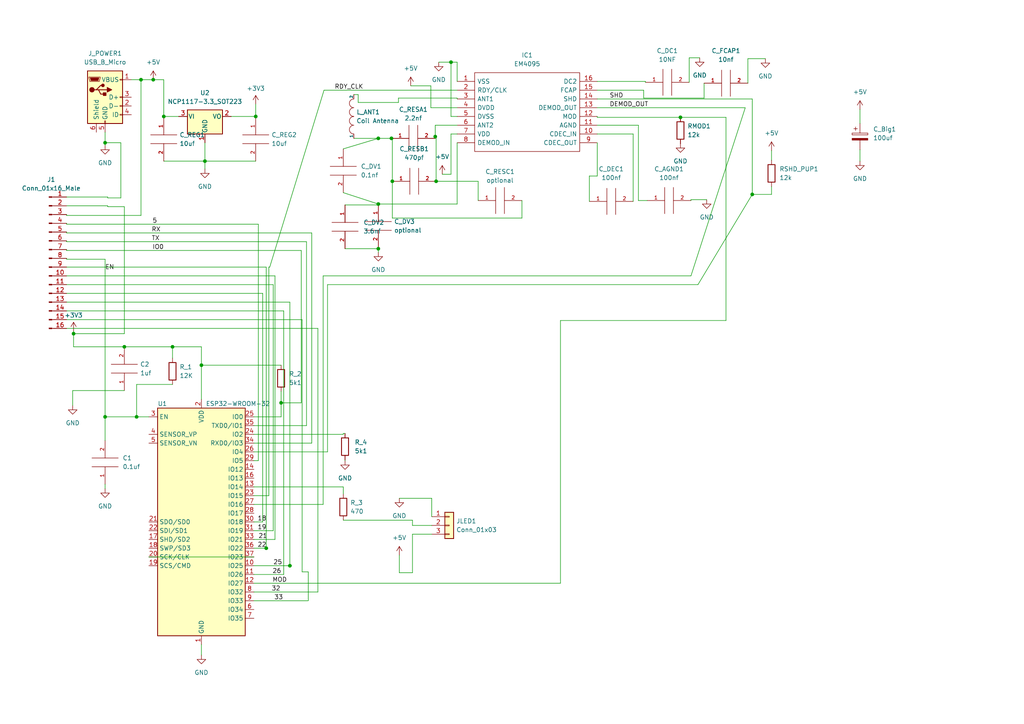
<source format=kicad_sch>
(kicad_sch (version 20211123) (generator eeschema)
  (paper "A4")
  (lib_symbols
    (symbol "Connector:Conn_01x16_Male" (pin_names (offset 1.016) hide)
      (property "Reference" "J" (at 0 20.32 0))
      (property "Value" "Conn_01x16_Male" (at 0 -22.86 0))
      (symbol "Conn_01x16_Male_1_1"
        (polyline (pts (xy 1.27 -20.32) (xy 0.8636 -20.32)) (stroke (width 0.1524)))
        (polyline (pts (xy 1.27 -17.78) (xy 0.8636 -17.78)) (stroke (width 0.1524)))
        (polyline (pts (xy 1.27 -15.24) (xy 0.8636 -15.24)) (stroke (width 0.1524)))
        (polyline (pts (xy 1.27 -12.7) (xy 0.8636 -12.7)) (stroke (width 0.1524)))
        (polyline (pts (xy 1.27 -10.16) (xy 0.8636 -10.16)) (stroke (width 0.1524)))
        (polyline (pts (xy 1.27 -7.62) (xy 0.8636 -7.62)) (stroke (width 0.1524)))
        (polyline (pts (xy 1.27 -5.08) (xy 0.8636 -5.08)) (stroke (width 0.1524)))
        (polyline (pts (xy 1.27 -2.54) (xy 0.8636 -2.54)) (stroke (width 0.1524)))
        (polyline (pts (xy 1.27 0) (xy 0.8636 0)) (stroke (width 0.1524)))
        (polyline (pts (xy 1.27 2.54) (xy 0.8636 2.54)) (stroke (width 0.1524)))
        (polyline (pts (xy 1.27 5.08) (xy 0.8636 5.08)) (stroke (width 0.1524)))
        (polyline (pts (xy 1.27 7.62) (xy 0.8636 7.62)) (stroke (width 0.1524)))
        (polyline (pts (xy 1.27 10.16) (xy 0.8636 10.16)) (stroke (width 0.1524)))
        (polyline (pts (xy 1.27 12.7) (xy 0.8636 12.7)) (stroke (width 0.1524)))
        (polyline (pts (xy 1.27 15.24) (xy 0.8636 15.24)) (stroke (width 0.1524)))
        (polyline (pts (xy 1.27 17.78) (xy 0.8636 17.78)) (stroke (width 0.1524)))
        (rectangle (start 0.8636 -20.193) (end 0 -20.447) (stroke (width 0.1524)) (fill (type outline)))
        (rectangle (start 0.8636 -17.653) (end 0 -17.907) (stroke (width 0.1524)) (fill (type outline)))
        (rectangle (start 0.8636 -15.113) (end 0 -15.367) (stroke (width 0.1524)) (fill (type outline)))
        (rectangle (start 0.8636 -12.573) (end 0 -12.827) (stroke (width 0.1524)) (fill (type outline)))
        (rectangle (start 0.8636 -10.033) (end 0 -10.287) (stroke (width 0.1524)) (fill (type outline)))
        (rectangle (start 0.8636 -7.493) (end 0 -7.747) (stroke (width 0.1524)) (fill (type outline)))
        (rectangle (start 0.8636 -4.953) (end 0 -5.207) (stroke (width 0.1524)) (fill (type outline)))
        (rectangle (start 0.8636 -2.413) (end 0 -2.667) (stroke (width 0.1524)) (fill (type outline)))
        (rectangle (start 0.8636 0.127) (end 0 -0.127) (stroke (width 0.1524)) (fill (type outline)))
        (rectangle (start 0.8636 2.667) (end 0 2.413) (stroke (width 0.1524)) (fill (type outline)))
        (rectangle (start 0.8636 5.207) (end 0 4.953) (stroke (width 0.1524)) (fill (type outline)))
        (rectangle (start 0.8636 7.747) (end 0 7.493) (stroke (width 0.1524)) (fill (type outline)))
        (rectangle (start 0.8636 10.287) (end 0 10.033) (stroke (width 0.1524)) (fill (type outline)))
        (rectangle (start 0.8636 12.827) (end 0 12.573) (stroke (width 0.1524)) (fill (type outline)))
        (rectangle (start 0.8636 15.367) (end 0 15.113) (stroke (width 0.1524)) (fill (type outline)))
        (rectangle (start 0.8636 17.907) (end 0 17.653) (stroke (width 0.1524)) (fill (type outline)))
        (pin passive line (at 5.08 17.78 180) (length 3.81) (name "Pin_1") (number "1"))
        (pin passive line (at 5.08 -5.08 180) (length 3.81) (name "Pin_10") (number "10"))
        (pin passive line (at 5.08 -7.62 180) (length 3.81) (name "Pin_11") (number "11"))
        (pin passive line (at 5.08 -10.16 180) (length 3.81) (name "Pin_12") (number "12"))
        (pin passive line (at 5.08 -12.7 180) (length 3.81) (name "Pin_13") (number "13"))
        (pin passive line (at 5.08 -15.24 180) (length 3.81) (name "Pin_14") (number "14"))
        (pin passive line (at 5.08 -17.78 180) (length 3.81) (name "Pin_15") (number "15"))
        (pin passive line (at 5.08 -20.32 180) (length 3.81) (name "Pin_16") (number "16"))
        (pin passive line (at 5.08 15.24 180) (length 3.81) (name "Pin_2") (number "2"))
        (pin passive line (at 5.08 12.7 180) (length 3.81) (name "Pin_3") (number "3"))
        (pin passive line (at 5.08 10.16 180) (length 3.81) (name "Pin_4") (number "4"))
        (pin passive line (at 5.08 7.62 180) (length 3.81) (name "Pin_5") (number "5"))
        (pin passive line (at 5.08 5.08 180) (length 3.81) (name "Pin_6") (number "6"))
        (pin passive line (at 5.08 2.54 180) (length 3.81) (name "Pin_7") (number "7"))
        (pin passive line (at 5.08 0 180) (length 3.81) (name "Pin_8") (number "8"))
        (pin passive line (at 5.08 -2.54 180) (length 3.81) (name "Pin_9") (number "9"))
      )
    )
    (symbol "Connector:USB_B_Micro" (pin_names (offset 1.016))
      (property "Reference" "J" (at -5.08 11.43 0))
      (property "Value" "USB_B_Micro" (at -5.08 8.89 0))
      (symbol "USB_B_Micro_0_1"
        (rectangle (start -5.08 -7.62) (end 5.08 7.62) (stroke (width 0.254)) (fill (type background)))
        (circle (center -3.81 2.159) (radius 0.635) (stroke (width 0.254)) (fill (type outline)))
        (circle (center -0.635 3.429) (radius 0.381) (stroke (width 0.254)) (fill (type outline)))
        (rectangle (start -0.127 -7.62) (end 0.127 -6.858))
        (polyline (pts (xy -1.905 2.159) (xy 0.635 2.159)) (stroke (width 0.254)))
        (polyline (pts (xy -3.175 2.159) (xy -2.54 2.159) (xy -1.27 3.429) (xy -0.635 3.429)) (stroke (width 0.254)))
        (polyline (pts (xy -2.54 2.159) (xy -1.905 2.159) (xy -1.27 0.889) (xy 0 0.889)) (stroke (width 0.254)))
        (polyline (pts (xy 0.635 2.794) (xy 0.635 1.524) (xy 1.905 2.159) (xy 0.635 2.794)) (stroke (width 0.254)) (fill (type outline)))
        (polyline (pts (xy -4.318 5.588) (xy -1.778 5.588) (xy -2.032 4.826) (xy -4.064 4.826) (xy -4.318 5.588)) (fill (type outline)))
        (polyline (pts (xy -4.699 5.842) (xy -4.699 5.588) (xy -4.445 4.826) (xy -4.445 4.572) (xy -1.651 4.572) (xy -1.651 4.826) (xy -1.397 5.588) (xy -1.397 5.842) (xy -4.699 5.842)))
        (rectangle (start 0.254 1.27) (end -0.508 0.508) (stroke (width 0.254)) (fill (type outline)))
        (rectangle (start 5.08 -5.207) (end 4.318 -4.953))
        (rectangle (start 5.08 -2.667) (end 4.318 -2.413))
        (rectangle (start 5.08 -0.127) (end 4.318 0.127))
        (rectangle (start 5.08 4.953) (end 4.318 5.207))
      )
      (symbol "USB_B_Micro_1_1"
        (pin power_out line (at 7.62 5.08 180) (length 2.54) (name "VBUS") (number "1"))
        (pin bidirectional line (at 7.62 -2.54 180) (length 2.54) (name "D-") (number "2"))
        (pin bidirectional line (at 7.62 0 180) (length 2.54) (name "D+") (number "3"))
        (pin passive line (at 7.62 -5.08 180) (length 2.54) (name "ID") (number "4"))
        (pin power_out line (at 0 -10.16 90) (length 2.54) (name "GND") (number "5"))
        (pin passive line (at -2.54 -10.16 90) (length 2.54) (name "Shield") (number "6"))
      )
    )
    (symbol "Connector_Generic:Conn_01x03" (pin_names (offset 1.016) hide)
      (property "Reference" "J" (at 0 5.08 0))
      (property "Value" "Conn_01x03" (at 0 -5.08 0))
      (symbol "Conn_01x03_1_1"
        (rectangle (start -1.27 -2.413) (end 0 -2.667) (stroke (width 0.1524)))
        (rectangle (start -1.27 0.127) (end 0 -0.127) (stroke (width 0.1524)))
        (rectangle (start -1.27 2.667) (end 0 2.413) (stroke (width 0.1524)))
        (rectangle (start -1.27 3.81) (end 1.27 -3.81) (stroke (width 0.254)) (fill (type background)))
        (pin passive line (at -5.08 2.54 0) (length 3.81) (name "Pin_1") (number "1"))
        (pin passive line (at -5.08 0 0) (length 3.81) (name "Pin_2") (number "2"))
        (pin passive line (at -5.08 -2.54 0) (length 3.81) (name "Pin_3") (number "3"))
      )
    )
    (symbol "Device:C_Polarized" (pin_numbers hide) (pin_names (offset 0.254))
      (property "Reference" "C" (at 0.635 2.54 0))
      (property "Value" "C_Polarized" (at 0.635 -2.54 0))
      (symbol "C_Polarized_0_1"
        (rectangle (start -2.286 0.508) (end 2.286 1.016))
        (polyline (pts (xy -1.778 2.286) (xy -0.762 2.286)))
        (polyline (pts (xy -1.27 2.794) (xy -1.27 1.778)))
        (rectangle (start 2.286 -0.508) (end -2.286 -1.016) (fill (type outline)))
      )
      (symbol "C_Polarized_1_1"
        (pin passive line (at 0 3.81 270) (length 2.794) (name "~") (number "1"))
        (pin passive line (at 0 -3.81 90) (length 2.794) (name "~") (number "2"))
      )
    )
    (symbol "Device:R" (pin_numbers hide) (pin_names (offset 0))
      (property "Reference" "R" (at 2.032 0 90))
      (property "Value" "R" (at 0 0 90))
      (symbol "R_0_1"
        (rectangle (start -1.016 -2.54) (end 1.016 2.54) (stroke (width 0.254)))
      )
      (symbol "R_1_1"
        (pin passive line (at 0 3.81 270) (length 1.27) (name "~") (number "1"))
        (pin passive line (at 0 -3.81 90) (length 1.27) (name "~") (number "2"))
      )
    )
    (symbol "EM4095:EM4095" (pin_names (offset 0.762))
      (property "Reference" "IC" (at 36.83 7.62 0))
      (property "Value" "EM4095" (at 36.83 5.08 0))
      (symbol "EM4095_0_0"
        (pin passive line (at 0 0 0) (length 5.08) (name "VSS") (number "1"))
        (pin passive line (at 40.64 -15.24 180) (length 5.08) (name "CDEC_IN") (number "10"))
        (pin passive line (at 40.64 -12.7 180) (length 5.08) (name "AGND") (number "11"))
        (pin passive line (at 40.64 -10.16 180) (length 5.08) (name "MOD") (number "12"))
        (pin passive line (at 40.64 -7.62 180) (length 5.08) (name "DEMOD_OUT") (number "13"))
        (pin passive line (at 40.64 -5.08 180) (length 5.08) (name "SHD") (number "14"))
        (pin passive line (at 40.64 -2.54 180) (length 5.08) (name "FCAP") (number "15"))
        (pin passive line (at 40.64 0 180) (length 5.08) (name "DC2") (number "16"))
        (pin passive line (at 0 -2.54 0) (length 5.08) (name "RDY/CLK") (number "2"))
        (pin passive line (at 0 -5.08 0) (length 5.08) (name "ANT1") (number "3"))
        (pin passive line (at 0 -7.62 0) (length 5.08) (name "DVDD") (number "4"))
        (pin passive line (at 0 -10.16 0) (length 5.08) (name "DVSS") (number "5"))
        (pin passive line (at 0 -12.7 0) (length 5.08) (name "ANT2") (number "6"))
        (pin passive line (at 0 -15.24 0) (length 5.08) (name "VDD") (number "7"))
        (pin passive line (at 0 -17.78 0) (length 5.08) (name "DEMOD_IN") (number "8"))
        (pin passive line (at 40.64 -17.78 180) (length 5.08) (name "CDEC_OUT") (number "9"))
      )
      (symbol "EM4095_0_1"
        (polyline (pts (xy 5.08 2.54) (xy 35.56 2.54) (xy 35.56 -20.32) (xy 5.08 -20.32) (xy 5.08 2.54)) (stroke (width 0.1524)))
      )
    )
    (symbol "RF_Module:ESP32-WROOM-32"
      (property "Reference" "U" (at -12.7 34.29 0))
      (property "Value" "ESP32-WROOM-32" (at 1.27 34.29 0))
      (symbol "ESP32-WROOM-32_0_1"
        (rectangle (start -12.7 33.02) (end 12.7 -33.02) (stroke (width 0.254)) (fill (type background)))
      )
      (symbol "ESP32-WROOM-32_1_1"
        (pin power_in line (at 0 -35.56 90) (length 2.54) (name "GND") (number "1"))
        (pin bidirectional line (at 15.24 -12.7 180) (length 2.54) (name "IO25") (number "10"))
        (pin bidirectional line (at 15.24 -15.24 180) (length 2.54) (name "IO26") (number "11"))
        (pin bidirectional line (at 15.24 -17.78 180) (length 2.54) (name "IO27") (number "12"))
        (pin bidirectional line (at 15.24 10.16 180) (length 2.54) (name "IO14") (number "13"))
        (pin bidirectional line (at 15.24 15.24 180) (length 2.54) (name "IO12") (number "14"))
        (pin passive line (at 0 -35.56 90) (length 2.54) hide (name "GND") (number "15"))
        (pin bidirectional line (at 15.24 12.7 180) (length 2.54) (name "IO13") (number "16"))
        (pin bidirectional line (at -15.24 -5.08 0) (length 2.54) (name "SHD/SD2") (number "17"))
        (pin bidirectional line (at -15.24 -7.62 0) (length 2.54) (name "SWP/SD3") (number "18"))
        (pin bidirectional line (at -15.24 -12.7 0) (length 2.54) (name "SCS/CMD") (number "19"))
        (pin power_in line (at 0 35.56 270) (length 2.54) (name "VDD") (number "2"))
        (pin bidirectional line (at -15.24 -10.16 0) (length 2.54) (name "SCK/CLK") (number "20"))
        (pin bidirectional line (at -15.24 0 0) (length 2.54) (name "SDO/SD0") (number "21"))
        (pin bidirectional line (at -15.24 -2.54 0) (length 2.54) (name "SDI/SD1") (number "22"))
        (pin bidirectional line (at 15.24 7.62 180) (length 2.54) (name "IO15") (number "23"))
        (pin bidirectional line (at 15.24 25.4 180) (length 2.54) (name "IO2") (number "24"))
        (pin bidirectional line (at 15.24 30.48 180) (length 2.54) (name "IO0") (number "25"))
        (pin bidirectional line (at 15.24 20.32 180) (length 2.54) (name "IO4") (number "26"))
        (pin bidirectional line (at 15.24 5.08 180) (length 2.54) (name "IO16") (number "27"))
        (pin bidirectional line (at 15.24 2.54 180) (length 2.54) (name "IO17") (number "28"))
        (pin bidirectional line (at 15.24 17.78 180) (length 2.54) (name "IO5") (number "29"))
        (pin input line (at -15.24 30.48 0) (length 2.54) (name "EN") (number "3"))
        (pin bidirectional line (at 15.24 0 180) (length 2.54) (name "IO18") (number "30"))
        (pin bidirectional line (at 15.24 -2.54 180) (length 2.54) (name "IO19") (number "31"))
        (pin no_connect line (at -12.7 -27.94 0) (length 2.54) hide (name "NC") (number "32"))
        (pin bidirectional line (at 15.24 -5.08 180) (length 2.54) (name "IO21") (number "33"))
        (pin bidirectional line (at 15.24 22.86 180) (length 2.54) (name "RXD0/IO3") (number "34"))
        (pin bidirectional line (at 15.24 27.94 180) (length 2.54) (name "TXD0/IO1") (number "35"))
        (pin bidirectional line (at 15.24 -7.62 180) (length 2.54) (name "IO22") (number "36"))
        (pin bidirectional line (at 15.24 -10.16 180) (length 2.54) (name "IO23") (number "37"))
        (pin passive line (at 0 -35.56 90) (length 2.54) hide (name "GND") (number "38"))
        (pin passive line (at 0 -35.56 90) (length 2.54) hide (name "GND") (number "39"))
        (pin input line (at -15.24 25.4 0) (length 2.54) (name "SENSOR_VP") (number "4"))
        (pin input line (at -15.24 22.86 0) (length 2.54) (name "SENSOR_VN") (number "5"))
        (pin input line (at 15.24 -25.4 180) (length 2.54) (name "IO34") (number "6"))
        (pin input line (at 15.24 -27.94 180) (length 2.54) (name "IO35") (number "7"))
        (pin bidirectional line (at 15.24 -20.32 180) (length 2.54) (name "IO32") (number "8"))
        (pin bidirectional line (at 15.24 -22.86 180) (length 2.54) (name "IO33") (number "9"))
      )
    )
    (symbol "Regulator_Linear:NCP1117-3.3_SOT223" (pin_names (offset 0.254))
      (property "Reference" "U" (at -3.81 3.175 0))
      (property "Value" "NCP1117-3.3_SOT223" (at 0 3.175 0))
      (symbol "NCP1117-3.3_SOT223_0_1"
        (rectangle (start -5.08 -5.08) (end 5.08 1.905) (stroke (width 0.254)) (fill (type background)))
      )
      (symbol "NCP1117-3.3_SOT223_1_1"
        (pin power_in line (at 0 -7.62 90) (length 2.54) (name "GND") (number "1"))
        (pin power_out line (at 7.62 0 180) (length 2.54) (name "VO") (number "2"))
        (pin power_in line (at -7.62 0 0) (length 2.54) (name "VI") (number "3"))
      )
    )
    (symbol "power:+3V3" (power) (pin_names (offset 0))
      (property "Value" "+3V3" (at 0 3.556 0))
      (symbol "+3V3_0_1"
        (polyline (pts (xy -0.762 1.27) (xy 0 2.54)))
        (polyline (pts (xy 0 0) (xy 0 2.54)))
        (polyline (pts (xy 0 2.54) (xy 0.762 1.27)))
      )
      (symbol "+3V3_1_1"
        (pin power_in line (at 0 0 90) (length 0) hide (name "+3V3") (number "1"))
      )
    )
    (symbol "power:+5V" (power) (pin_names (offset 0))
      (property "Value" "+5V" (at 0 3.556 0))
      (symbol "+5V_0_1"
        (polyline (pts (xy -0.762 1.27) (xy 0 2.54)))
        (polyline (pts (xy 0 0) (xy 0 2.54)))
        (polyline (pts (xy 0 2.54) (xy 0.762 1.27)))
      )
      (symbol "+5V_1_1"
        (pin power_in line (at 0 0 90) (length 0) hide (name "+5V") (number "1"))
      )
    )
    (symbol "power:GND" (power) (pin_names (offset 0))
      (property "Value" "GND" (at 0 -3.81 0))
      (symbol "GND_0_1"
        (polyline (pts (xy 0 0) (xy 0 -1.27) (xy 1.27 -1.27) (xy 0 -2.54) (xy -1.27 -1.27) (xy 0 -1.27)))
      )
      (symbol "GND_1_1"
        (pin power_in line (at 0 0 270) (length 0) hide (name "GND") (number "1"))
      )
    )
    (symbol "pspice:C" (pin_names (offset 0.254))
      (property "Reference" "C" (at 2.54 3.81 90))
      (property "Value" "C" (at 2.54 -3.81 90))
      (symbol "C_0_1"
        (polyline (pts (xy -3.81 -1.27) (xy 3.81 -1.27)))
        (polyline (pts (xy -3.81 1.27) (xy 3.81 1.27)))
      )
      (symbol "C_1_1"
        (pin passive line (at 0 6.35 270) (length 5.08) (name "~") (number "1"))
        (pin passive line (at 0 -6.35 90) (length 5.08) (name "~") (number "2"))
      )
    )
    (symbol "pspice:INDUCTOR" (pin_numbers hide) (pin_names (offset 0))
      (property "Reference" "L" (at 0 2.54 0))
      (property "Value" "INDUCTOR" (at 0 -1.27 0))
      (symbol "INDUCTOR_0_1"
        (arc (start -2.54 0) (mid -3.81 1.27) (end -5.08 0))
        (arc (start 0 0) (mid -1.27 1.27) (end -2.54 0))
        (arc (start 2.54 0) (mid 1.27 1.27) (end 0 0))
        (arc (start 5.08 0) (mid 3.81 1.27) (end 2.54 0))
      )
      (symbol "INDUCTOR_1_1"
        (pin input line (at -6.35 0 0) (length 1.27) (name "1") (number "1"))
        (pin input line (at 6.35 0 180) (length 1.27) (name "2") (number "2"))
      )
    )
  )
  (junction (at 81.534 116.84))
  (junction (at 109.728 59.182))
  (junction (at 47.498 33.782))
  (junction (at 44.45 23.114))
  (junction (at 109.728 40.132))
  (junction (at 109.728 72.136))
  (junction (at 40.894 23.114))
  (junction (at 126.492 52.578))
  (junction (at 77.216 159.004))
  (junction (at 59.436 46.736))
  (junction (at 197.358 34.036))
  (junction (at 126.238 39.624))
  (junction (at 58.42 105.918))
  (junction (at 21.336 96.774))
  (junction (at 130.81 18.034))
  (junction (at 30.48 41.402))
  (junction (at 113.792 52.578))
  (junction (at 50.038 100.584))
  (junction (at 218.186 56.388))
  (junction (at 36.068 100.584))
  (junction (at 74.168 33.782))
  (junction (at 84.074 164.084))
  (junction (at 30.48 120.904))
  (junction (at 39.624 120.904))
  (junction (at 113.538 40.132))
  (wire (pts (xy 77.216 159.004) (xy 77.724 159.004)))
  (wire (pts (xy 115.824 144.526) (xy 125.222 144.526)))
  (wire (pts (xy 130.81 18.034) (xy 127.254 18.034)))
  (wire (pts (xy 19.304 72.39) (xy 19.304 72.644)))
  (wire (pts (xy 31.242 57.404) (xy 35.052 57.404)))
  (wire (pts (xy 30.48 127.762) (xy 30.48 120.904)))
  (wire (pts (xy 109.728 71.882) (xy 109.728 72.136)))
  (wire (pts (xy 76.2 85.09) (xy 19.304 85.09)))
  (wire (pts (xy 119.634 150.876) (xy 99.568 150.876)))
  (wire (pts (xy 210.566 92.964) (xy 210.566 34.036)))
  (wire (pts (xy 30.48 120.904) (xy 30.48 75.184)))
  (wire (pts (xy 99.568 125.984) (xy 73.66 125.984)))
  (wire (pts (xy 43.18 161.544) (xy 73.66 161.544)))
  (wire (pts (xy 58.42 186.944) (xy 58.42 189.992)))
  (wire (pts (xy 126.492 39.624) (xy 126.238 39.624)))
  (wire (pts (xy 73.66 174.244) (xy 89.408 174.244)))
  (wire (pts (xy 100.076 72.136) (xy 109.728 72.136)))
  (wire (pts (xy 79.756 80.01) (xy 19.304 80.01)))
  (wire (pts (xy 84.074 164.084) (xy 84.074 87.63)))
  (wire (pts (xy 93.726 146.304) (xy 73.66 146.304)))
  (wire (pts (xy 92.202 95.25) (xy 19.304 95.25)))
  (wire (pts (xy 59.436 46.736) (xy 59.436 49.022)))
  (wire (pts (xy 39.624 111.506) (xy 50.038 111.506)))
  (wire (pts (xy 126.238 39.624) (xy 126.238 36.322)))
  (wire (pts (xy 40.894 23.114) (xy 44.45 23.114)))
  (wire (pts (xy 173.228 28.702) (xy 218.186 28.702)))
  (wire (pts (xy 19.304 67.564) (xy 90.424 67.564)))
  (wire (pts (xy 173.228 34.036) (xy 173.228 33.782)))
  (wire (pts (xy 162.56 169.164) (xy 162.56 92.964)))
  (wire (pts (xy 124.968 31.242) (xy 124.968 24.892)))
  (wire (pts (xy 74.168 30.226) (xy 74.168 33.782)))
  (wire (pts (xy 186.69 26.162) (xy 186.69 28.448)))
  (wire (pts (xy 132.588 59.182) (xy 109.728 59.182)))
  (wire (pts (xy 100.076 59.436) (xy 109.728 59.436)))
  (wire (pts (xy 35.052 57.404) (xy 35.052 41.402)))
  (wire (pts (xy 73.66 166.624) (xy 82.296 166.624)))
  (wire (pts (xy 47.498 23.114) (xy 47.498 33.782)))
  (wire (pts (xy 93.726 80.01) (xy 93.726 146.304)))
  (wire (pts (xy 81.534 120.904) (xy 73.66 120.904)))
  (wire (pts (xy 82.296 90.17) (xy 19.304 90.17)))
  (wire (pts (xy 126.238 36.322) (xy 132.588 36.322)))
  (wire (pts (xy 102.616 40.132) (xy 109.728 40.132)))
  (wire (pts (xy 100.076 125.73) (xy 99.568 125.73)))
  (wire (pts (xy 200.406 57.912) (xy 200.406 58.166)))
  (wire (pts (xy 21.082 113.284) (xy 36.068 113.284)))
  (wire (pts (xy 47.498 33.782) (xy 47.498 34.036)))
  (wire (pts (xy 126.238 40.132) (xy 126.238 39.624)))
  (wire (pts (xy 115.57 28.448) (xy 115.57 29.718)))
  (wire (pts (xy 19.304 65.024) (xy 74.93 65.024)))
  (wire (pts (xy 31.242 57.404) (xy 31.242 57.15)))
  (wire (pts (xy 30.48 41.402) (xy 30.48 42.164)))
  (wire (pts (xy 119.634 154.94) (xy 125.222 154.94)))
  (wire (pts (xy 81.534 105.918) (xy 58.42 105.918)))
  (wire (pts (xy 197.358 34.036) (xy 210.566 34.036)))
  (wire (pts (xy 50.038 100.584) (xy 58.42 100.584)))
  (wire (pts (xy 76.2 151.384) (xy 76.2 85.09)))
  (wire (pts (xy 119.634 166.116) (xy 119.634 154.94)))
  (wire (pts (xy 19.304 72.644) (xy 87.376 72.644)))
  (wire (pts (xy 99.568 125.73) (xy 99.568 125.984)))
  (wire (pts (xy 59.436 41.402) (xy 59.436 46.736)))
  (wire (pts (xy 35.052 41.402) (xy 30.48 41.402)))
  (wire (pts (xy 94.996 82.55) (xy 202.438 82.55)))
  (wire (pts (xy 51.816 33.782) (xy 47.498 33.782)))
  (wire (pts (xy 40.894 23.114) (xy 40.894 62.484)))
  (wire (pts (xy 87.376 116.84) (xy 81.534 116.84)))
  (wire (pts (xy 173.228 51.054) (xy 170.942 51.054)))
  (wire (pts (xy 151.384 63.246) (xy 151.384 58.166)))
  (wire (pts (xy 47.498 46.736) (xy 59.436 46.736)))
  (wire (pts (xy 187.198 23.622) (xy 187.198 23.876)))
  (wire (pts (xy 132.588 31.242) (xy 124.968 31.242)))
  (wire (pts (xy 109.728 72.136) (xy 109.728 73.152)))
  (wire (pts (xy 170.942 51.054) (xy 170.942 58.42)))
  (wire (pts (xy 44.45 23.114) (xy 47.498 23.114)))
  (wire (pts (xy 94.996 82.55) (xy 94.996 131.064)))
  (wire (pts (xy 113.792 63.246) (xy 151.384 63.246)))
  (wire (pts (xy 99.568 141.224) (xy 73.66 141.224)))
  (wire (pts (xy 216.916 17.018) (xy 221.996 17.018)))
  (wire (pts (xy 84.074 87.63) (xy 19.304 87.63)))
  (wire (pts (xy 109.728 59.436) (xy 109.728 59.182)))
  (wire (pts (xy 79.248 153.924) (xy 79.248 82.55)))
  (wire (pts (xy 132.588 26.162) (xy 93.98 26.162)))
  (wire (pts (xy 204.978 57.912) (xy 200.406 57.912)))
  (wire (pts (xy 19.304 62.484) (xy 40.894 62.484)))
  (wire (pts (xy 59.436 46.736) (xy 74.168 46.736)))
  (wire (pts (xy 58.42 105.918) (xy 58.42 115.824)))
  (wire (pts (xy 223.774 43.688) (xy 223.774 46.482)))
  (wire (pts (xy 186.69 28.448) (xy 204.216 28.448)))
  (wire (pts (xy 119.634 150.876) (xy 119.634 152.4)))
  (wire (pts (xy 19.304 67.564) (xy 19.304 67.31)))
  (wire (pts (xy 77.978 77.47) (xy 78.232 77.47)))
  (wire (pts (xy 81.534 113.538) (xy 81.534 116.84)))
  (wire (pts (xy 173.228 34.036) (xy 197.358 34.036)))
  (wire (pts (xy 73.66 151.384) (xy 76.2 151.384)))
  (wire (pts (xy 199.898 16.764) (xy 202.946 16.764)))
  (wire (pts (xy 223.774 56.388) (xy 218.186 56.388)))
  (wire (pts (xy 132.588 28.448) (xy 132.588 28.702)))
  (wire (pts (xy 58.42 100.584) (xy 58.42 105.918)))
  (wire (pts (xy 185.166 58.166) (xy 185.166 36.322)))
  (wire (pts (xy 132.588 23.622) (xy 132.588 18.034)))
  (wire (pts (xy 173.228 23.622) (xy 187.198 23.622)))
  (wire (pts (xy 30.48 38.354) (xy 30.48 41.402)))
  (wire (pts (xy 39.624 120.904) (xy 39.624 111.506)))
  (wire (pts (xy 88.9 123.444) (xy 88.9 70.104)))
  (wire (pts (xy 77.216 159.004) (xy 77.216 77.47)))
  (wire (pts (xy 218.186 56.388) (xy 218.186 28.702)))
  (wire (pts (xy 73.66 156.464) (xy 79.756 156.464)))
  (wire (pts (xy 119.634 152.4) (xy 125.222 152.4)))
  (wire (pts (xy 130.81 33.782) (xy 130.81 18.034)))
  (wire (pts (xy 21.336 96.774) (xy 21.336 100.584)))
  (wire (pts (xy 126.492 52.578) (xy 138.684 52.578)))
  (wire (pts (xy 126.492 52.578) (xy 126.492 39.624)))
  (wire (pts (xy 79.756 80.01) (xy 79.756 156.464)))
  (wire (pts (xy 19.304 70.104) (xy 19.304 69.85)))
  (wire (pts (xy 21.336 100.584) (xy 36.068 100.584)))
  (wire (pts (xy 173.228 26.162) (xy 186.69 26.162)))
  (wire (pts (xy 21.082 113.284) (xy 21.082 117.602)))
  (wire (pts (xy 36.068 100.584) (xy 50.038 100.584)))
  (wire (pts (xy 187.706 58.166) (xy 185.166 58.166)))
  (wire (pts (xy 102.616 27.432) (xy 103.886 27.432)))
  (wire (pts (xy 223.774 54.102) (xy 223.774 56.388)))
  (wire (pts (xy 103.886 29.718) (xy 115.57 29.718)))
  (wire (pts (xy 31.242 59.69) (xy 19.304 59.69)))
  (wire (pts (xy 77.216 77.47) (xy 19.304 77.47)))
  (wire (pts (xy 90.424 128.524) (xy 90.424 67.564)))
  (wire (pts (xy 183.642 58.42) (xy 183.642 38.862)))
  (wire (pts (xy 77.978 77.47) (xy 77.978 143.764)))
  (wire (pts (xy 87.63 165.862) (xy 87.63 92.71)))
  (wire (pts (xy 185.166 36.322) (xy 173.228 36.322)))
  (wire (pts (xy 74.93 133.604) (xy 73.66 133.604)))
  (wire (pts (xy 132.588 18.034) (xy 130.81 18.034)))
  (wire (pts (xy 109.728 40.132) (xy 113.538 40.132)))
  (wire (pts (xy 31.242 59.944) (xy 31.242 59.69)))
  (wire (pts (xy 87.376 72.644) (xy 87.376 116.84)))
  (wire (pts (xy 132.588 41.402) (xy 132.588 59.182)))
  (wire (pts (xy 99.568 143.256) (xy 99.568 141.224)))
  (wire (pts (xy 84.074 164.084) (xy 84.582 164.084)))
  (wire (pts (xy 132.588 28.448) (xy 115.57 28.448)))
  (wire (pts (xy 73.66 131.064) (xy 94.996 131.064)))
  (wire (pts (xy 138.684 52.578) (xy 138.684 58.166)))
  (wire (pts (xy 87.63 92.71) (xy 19.304 92.71)))
  (wire (pts (xy 74.168 33.782) (xy 74.168 34.036)))
  (wire (pts (xy 19.304 75.184) (xy 30.48 75.184)))
  (wire (pts (xy 216.154 31.242) (xy 173.228 31.242)))
  (wire (pts (xy 113.792 52.578) (xy 113.792 40.132)))
  (wire (pts (xy 30.48 120.904) (xy 39.624 120.904)))
  (wire (pts (xy 249.428 43.434) (xy 249.428 46.736)))
  (wire (pts (xy 162.56 92.964) (xy 210.566 92.964)))
  (wire (pts (xy 113.538 40.132) (xy 113.792 40.132)))
  (wire (pts (xy 67.056 33.782) (xy 74.168 33.782)))
  (wire (pts (xy 21.336 96.012) (xy 21.336 96.774)))
  (wire (pts (xy 19.304 62.484) (xy 19.304 62.23)))
  (wire (pts (xy 38.1 23.114) (xy 40.894 23.114)))
  (wire (pts (xy 119.634 166.116) (xy 115.824 166.116)))
  (wire (pts (xy 36.068 59.944) (xy 36.068 96.774)))
  (wire (pts (xy 73.66 171.704) (xy 92.202 171.704)))
  (wire (pts (xy 99.568 43.18) (xy 109.728 40.132)))
  (wire (pts (xy 73.66 153.924) (xy 79.248 153.924)))
  (wire (pts (xy 50.038 103.886) (xy 50.038 100.584)))
  (wire (pts (xy 81.534 116.84) (xy 81.534 120.904)))
  (wire (pts (xy 30.48 140.462) (xy 30.48 141.732)))
  (wire (pts (xy 125.222 144.526) (xy 125.222 149.86)))
  (wire (pts (xy 36.068 96.774) (xy 21.336 96.774)))
  (wire (pts (xy 73.66 123.444) (xy 88.9 123.444)))
  (wire (pts (xy 130.81 38.862) (xy 130.81 50.546)))
  (wire (pts (xy 200.406 80.01) (xy 216.154 31.242)))
  (wire (pts (xy 73.66 169.164) (xy 162.56 169.164)))
  (wire (pts (xy 204.216 28.448) (xy 204.216 24.13)))
  (wire (pts (xy 73.66 128.524) (xy 90.424 128.524)))
  (wire (pts (xy 89.408 174.244) (xy 89.408 165.862)))
  (wire (pts (xy 99.568 55.88) (xy 109.728 59.182)))
  (wire (pts (xy 132.588 33.782) (xy 130.81 33.782)))
  (wire (pts (xy 103.886 27.432) (xy 103.886 29.718)))
  (wire (pts (xy 82.296 90.17) (xy 82.296 166.624)))
  (wire (pts (xy 73.66 159.004) (xy 77.216 159.004)))
  (wire (pts (xy 39.624 120.904) (xy 43.18 120.904)))
  (wire (pts (xy 93.726 80.01) (xy 200.406 80.01)))
  (wire (pts (xy 93.98 26.162) (xy 78.232 77.47)))
  (wire (pts (xy 202.438 82.55) (xy 218.186 56.388)))
  (wire (pts (xy 249.428 31.75) (xy 249.428 35.814)))
  (wire (pts (xy 199.898 23.876) (xy 199.898 16.764)))
  (wire (pts (xy 113.792 52.578) (xy 113.792 63.246)))
  (wire (pts (xy 77.978 143.764) (xy 73.66 143.764)))
  (wire (pts (xy 132.588 38.862) (xy 130.81 38.862)))
  (wire (pts (xy 31.242 59.944) (xy 36.068 59.944)))
  (wire (pts (xy 92.202 171.704) (xy 92.202 95.25)))
  (wire (pts (xy 173.228 41.402) (xy 173.228 51.054)))
  (wire (pts (xy 73.66 164.084) (xy 84.074 164.084)))
  (wire (pts (xy 173.228 38.862) (xy 183.642 38.862)))
  (wire (pts (xy 79.248 82.55) (xy 19.304 82.55)))
  (wire (pts (xy 19.304 70.104) (xy 88.9 70.104)))
  (wire (pts (xy 31.242 57.15) (xy 19.304 57.15)))
  (wire (pts (xy 130.81 50.546) (xy 128.27 50.546)))
  (wire (pts (xy 115.824 166.116) (xy 115.824 161.036)))
  (wire (pts (xy 216.916 24.13) (xy 216.916 17.018)))
  (wire (pts (xy 100.076 133.35) (xy 100.076 133.604)))
  (wire (pts (xy 124.968 24.892) (xy 119.126 24.892)))
  (wire (pts (xy 89.408 165.862) (xy 87.63 165.862)))
  (wire (pts (xy 19.304 65.024) (xy 19.304 64.77)))
  (wire (pts (xy 74.93 133.604) (xy 74.93 65.024)))
  (wire (pts (xy 19.304 74.93) (xy 19.304 75.184)))
  (label "TX" (at 43.942 70.104 0))
  (label "21" (at 74.93 156.464 0))
  (label "18" (at 74.676 151.384 0))
  (label "IO0" (at 44.196 72.644 0))
  (label "5" (at 44.196 65.024 0))
  (label "33" (at 79.502 174.244 0))
  (label "MOD" (at 78.994 169.164 0))
  (label "RX" (at 43.942 67.564 0))
  (label "32" (at 78.74 171.704 0))
  (label "25" (at 79.248 164.084 0))
  (label "RDY_CLK" (at 97.028 26.162 0))
  (label "SHD" (at 176.784 28.702 0))
  (label "22" (at 74.676 159.004 0))
  (label "EN" (at 30.48 78.486 0))
  (label "26" (at 78.994 166.624 0))
  (label "19" (at 74.676 153.924 0))
  (label "DEMOD_OUT" (at 176.784 31.242 0))
  (symbol (lib_id "pspice:C") (at 74.168 40.386 0) (unit 1)
    (property "Reference" "C_REG2" (at 78.74 39.1159 0) (effects (justify left)))
    (property "Value" "10uf" (at 78.74 41.6559 0) (effects (justify left)))
    (property "Footprint" "Capacitor_SMD:C_0805_2012Metric_Pad1.18x1.45mm_HandSolder" (effects hide))
  )
  (symbol (lib_id "pspice:C") (at 109.728 65.532 0) (unit 1)
    (property "Reference" "C_DV3" (at 114.3 64.2619 0) (effects (justify left)))
    (property "Value" "optional" (at 114.3 66.8019 0) (effects (justify left)))
    (property "Footprint" "Capacitor_SMD:C_0805_2012Metric_Pad1.18x1.45mm_HandSolder" (effects hide))
  )
  (symbol (lib_id "power:+5V") (at 115.824 161.036 0) (unit 1)
    (property "Reference" "#PWR012" (effects hide))
    (property "Value" "+5V" (at 115.824 155.956 0))
  )
  (symbol (lib_id "power:+5V") (at 249.428 31.75 0) (unit 1)
    (property "Reference" "#PWR021" (effects hide))
    (property "Value" "+5V" (at 249.428 26.67 0))
  )
  (symbol (lib_id "power:GND") (at 30.48 42.164 0) (unit 1)
    (property "Reference" "#PWR03" (effects hide))
    (property "Value" "GND" (at 30.48 47.244 0))
  )
  (symbol (lib_id "power:GND") (at 197.358 41.656 0) (unit 1)
    (property "Reference" "#PWR016" (effects hide))
    (property "Value" "GND" (at 197.358 46.736 0))
  )
  (symbol (lib_id "power:GND") (at 59.436 49.022 0) (unit 1)
    (property "Reference" "#PWR07" (effects hide))
    (property "Value" "GND" (at 59.436 54.102 0))
  )
  (symbol (lib_id "power:GND") (at 221.996 17.018 0) (unit 1)
    (property "Reference" "#PWR019" (effects hide))
    (property "Value" "GND" (at 221.996 22.098 0))
  )
  (symbol (lib_id "power:GND") (at 115.824 144.526 0) (unit 1)
    (property "Reference" "#PWR011" (effects hide))
    (property "Value" "GND" (at 115.824 149.606 0))
  )
  (symbol (lib_id "power:+3V3") (at 74.168 30.226 0) (unit 1)
    (property "Reference" "#PWR08" (effects hide))
    (property "Value" "+3V3" (at 74.168 25.654 0))
  )
  (symbol (lib_id "power:+5V") (at 44.45 23.114 0) (unit 1)
    (property "Reference" "#PWR05" (effects hide))
    (property "Value" "+5V" (at 44.45 18.034 0))
  )
  (symbol (lib_id "power:+5V") (at 119.126 24.892 0) (unit 1)
    (property "Reference" "#PWR013" (effects hide))
    (property "Value" "+5V" (at 119.126 19.812 0))
  )
  (symbol (lib_id "power:GND") (at 204.978 57.912 0) (unit 1)
    (property "Reference" "#PWR018" (effects hide))
    (property "Value" "GND" (at 204.978 62.992 0))
  )
  (symbol (lib_id "power:+5V") (at 128.27 50.546 0) (unit 1)
    (property "Reference" "#PWR015" (effects hide))
    (property "Value" "+5V" (at 128.27 45.466 0))
  )
  (symbol (lib_id "pspice:C") (at 193.548 23.876 90) (unit 1)
    (property "Reference" "C_DC1" (at 193.548 14.732 90))
    (property "Value" "10NF" (at 193.548 17.272 90))
    (property "Footprint" "Capacitor_SMD:C_0805_2012Metric_Pad1.18x1.45mm_HandSolder" (effects hide))
  )
  (symbol (lib_id "pspice:C") (at 210.566 24.13 90) (unit 1)
    (property "Reference" "C_FCAP1" (at 210.566 14.732 90))
    (property "Value" "10nf" (at 210.566 17.272 90))
    (property "Footprint" "Capacitor_SMD:C_0805_2012Metric_Pad1.18x1.45mm_HandSolder" (effects hide))
  )
  (symbol (lib_id "power:GND") (at 30.48 141.732 0) (unit 1)
    (property "Reference" "#PWR04" (effects hide))
    (property "Value" "GND" (at 30.48 146.812 0))
  )
  (symbol (lib_id "pspice:C") (at 30.48 134.112 180) (unit 1)
    (property "Reference" "C1" (at 35.56 132.8419 0) (effects (justify right)))
    (property "Value" "0.1uf" (at 35.56 135.3819 0) (effects (justify right)))
    (property "Footprint" "Capacitor_SMD:C_0805_2012Metric_Pad1.18x1.45mm_HandSolder" (effects hide))
  )
  (symbol (lib_id "power:GND") (at 100.076 133.604 0) (unit 1)
    (property "Reference" "#PWR09" (effects hide))
    (property "Value" "GND" (at 100.076 138.684 0))
  )
  (symbol (lib_id "power:GND") (at 202.946 16.764 0) (unit 1)
    (property "Reference" "#PWR017" (effects hide))
    (property "Value" "GND" (at 202.946 21.844 0))
  )
  (symbol (lib_id "Device:R") (at 100.076 129.54 0) (unit 1)
    (property "Reference" "R_4" (at 102.87 128.2699 0) (effects (justify left)))
    (property "Value" "5k1" (at 102.87 130.8099 0) (effects (justify left)))
    (property "Footprint" "Resistor_SMD:R_0805_2012Metric_Pad1.20x1.40mm_HandSolder" (effects hide))
  )
  (symbol (lib_id "EM4095:EM4095") (at 132.588 23.622 0) (unit 1)
    (property "Reference" "IC1" (at 152.908 16.002 0))
    (property "Value" "EM4095" (at 152.908 18.542 0))
    (property "Footprint" "MyLib:SOIC127P602X173-16N" (effects hide))
    (property "Datasheet" "https://www.emmicroelectronic.com/sites/default/files/products/datasheets/em4095_ds.pdf" (effects hide))
    (property "Description" "Read/Write analog front end for 125 kHz RFID Basestation, SO16" (effects hide))
    (property "Height" "1.73" (effects hide))
    (property "Manufacturer_Name" "EM MICROELECTRONIC" (effects hide))
    (property "Manufacturer_Part_Number" "EM4095" (effects hide))
  )
  (symbol (lib_id "pspice:C") (at 177.292 58.42 90) (unit 1)
    (property "Reference" "C_DEC1" (at 177.292 49.022 90))
    (property "Value" "100nf" (at 177.292 51.562 90))
    (property "Footprint" "Capacitor_SMD:C_0805_2012Metric_Pad1.18x1.45mm_HandSolder" (effects hide))
  )
  (symbol (lib_id "power:GND") (at 58.42 189.992 0) (unit 1)
    (property "Reference" "#PWR06" (effects hide))
    (property "Value" "GND" (at 58.42 195.072 0))
  )
  (symbol (lib_id "Device:R") (at 223.774 50.292 180) (unit 1)
    (property "Reference" "RSHD_PUP1" (at 226.06 49.0219 0) (effects (justify right)))
    (property "Value" "12k" (at 226.06 51.5619 0) (effects (justify right)))
    (property "Footprint" "Resistor_SMD:R_0805_2012Metric_Pad1.20x1.40mm_HandSolder" (effects hide))
  )
  (symbol (lib_id "pspice:C") (at 99.568 49.53 0) (unit 1)
    (property "Reference" "C_DV1" (at 104.648 48.2599 0) (effects (justify left)))
    (property "Value" "0.1nf" (at 104.648 50.7999 0) (effects (justify left)))
    (property "Footprint" "Capacitor_SMD:C_0805_2012Metric_Pad1.18x1.45mm_HandSolder" (effects hide))
  )
  (symbol (lib_id "Device:C_Polarized") (at 249.428 39.624 0) (unit 1)
    (property "Reference" "C_Big1" (at 253.238 37.4649 0) (effects (justify left)))
    (property "Value" "100uf" (at 253.238 40.0049 0) (effects (justify left)))
    (property "Footprint" "Capacitor_SMD:CP_Elec_8x10.5" (effects hide))
  )
  (symbol (lib_id "power:GND") (at 127.254 18.034 0) (unit 1)
    (property "Reference" "#PWR014" (effects hide))
    (property "Value" "GND" (at 127.254 23.114 0))
  )
  (symbol (lib_id "power:GND") (at 249.428 46.736 0) (unit 1)
    (property "Reference" "#PWR022" (effects hide))
    (property "Value" "GND" (at 249.428 51.816 0))
  )
  (symbol (lib_id "pspice:C") (at 120.142 52.578 90) (unit 1)
    (property "Reference" "C_RESB1" (at 120.142 43.18 90))
    (property "Value" "470pf" (at 120.142 45.72 90))
    (property "Footprint" "Capacitor_SMD:C_0805_2012Metric_Pad1.18x1.45mm_HandSolder" (effects hide))
  )
  (symbol (lib_id "Connector_Generic:Conn_01x03") (at 130.302 152.4 0) (unit 1)
    (property "Reference" "JLED1" (at 132.334 151.1299 0) (effects (justify left)))
    (property "Value" "Conn_01x03" (at 132.334 153.6699 0) (effects (justify left)))
    (property "Footprint" "Connector:FanPinHeader_1x03_P2.54mm_Vertical" (effects hide))
  )
  (symbol (lib_id "Connector:USB_B_Micro") (at 30.48 28.194 0) (unit 1)
    (property "Reference" "J_POWER1" (at 30.48 15.494 0))
    (property "Value" "USB_B_Micro" (at 30.48 18.034 0))
    (property "Footprint" "Connector_USB:USB_Micro-B_Molex_47346-0001" (effects hide))
  )
  (symbol (lib_id "pspice:C") (at 145.034 58.166 90) (unit 1)
    (property "Reference" "C_RESC1" (at 145.034 49.784 90))
    (property "Value" "optional" (at 145.034 52.324 90))
    (property "Footprint" "Capacitor_SMD:C_0805_2012Metric_Pad1.18x1.45mm_HandSolder" (effects hide))
  )
  (symbol (lib_id "Device:R") (at 99.568 147.066 180) (unit 1)
    (property "Reference" "R_3" (at 101.6 145.7959 0) (effects (justify right)))
    (property "Value" "470" (at 101.6 148.3359 0) (effects (justify right)))
    (property "Footprint" "Resistor_SMD:R_0805_2012Metric_Pad1.20x1.40mm_HandSolder" (effects hide))
  )
  (symbol (lib_id "power:GND") (at 109.728 73.152 0) (unit 1)
    (property "Reference" "#PWR010" (effects hide))
    (property "Value" "GND" (at 109.728 78.232 0))
  )
  (symbol (lib_id "Device:R") (at 50.038 107.696 0) (unit 1)
    (property "Reference" "R_1" (at 52.07 106.4259 0) (effects (justify left)))
    (property "Value" "12K" (at 52.07 108.9659 0) (effects (justify left)))
    (property "Footprint" "Resistor_SMD:R_0805_2012Metric_Pad1.20x1.40mm_HandSolder" (effects hide))
  )
  (symbol (lib_id "power:+3V3") (at 21.336 96.012 0) (unit 1)
    (property "Reference" "#PWR02" (effects hide))
    (property "Value" "+3V3" (at 21.336 91.44 0))
  )
  (symbol (lib_id "Device:R") (at 197.358 37.846 180) (unit 1)
    (property "Reference" "RMOD1" (at 199.39 36.5759 0) (effects (justify right)))
    (property "Value" "12k" (at 199.39 39.1159 0) (effects (justify right)))
    (property "Footprint" "Resistor_SMD:R_0805_2012Metric_Pad1.20x1.40mm_HandSolder" (effects hide))
  )
  (symbol (lib_id "power:+5V") (at 223.774 43.688 0) (unit 1)
    (property "Reference" "#PWR020" (effects hide))
    (property "Value" "+5V" (at 223.774 38.608 0))
  )
  (symbol (lib_id "pspice:C") (at 47.498 40.386 0) (unit 1)
    (property "Reference" "C_REG1" (at 52.07 39.1159 0) (effects (justify left)))
    (property "Value" "10uf" (at 52.07 41.6559 0) (effects (justify left)))
    (property "Footprint" "Capacitor_SMD:C_0805_2012Metric_Pad1.18x1.45mm_HandSolder" (effects hide))
  )
  (symbol (lib_id "pspice:C") (at 36.068 106.934 180) (unit 1)
    (property "Reference" "C2" (at 40.64 105.6639 0) (effects (justify right)))
    (property "Value" "1uf" (at 40.64 108.2039 0) (effects (justify right)))
    (property "Footprint" "Capacitor_SMD:C_0805_2012Metric_Pad1.18x1.45mm_HandSolder" (effects hide))
  )
  (symbol (lib_id "power:GND") (at 21.082 117.602 0) (unit 1)
    (property "Reference" "#PWR01" (effects hide))
    (property "Value" "GND" (at 21.082 122.682 0))
  )
  (symbol (lib_id "pspice:INDUCTOR") (at 102.616 33.782 90) (unit 1)
    (property "Reference" "L_ANT1" (at 103.378 32.5119 90) (effects (justify right)))
    (property "Value" "Coil Antenna" (at 103.378 35.0519 90) (effects (justify right)))
    (property "Footprint" "pcb_inductors:60_turn_square_inductor_corrected" (effects hide))
  )
  (symbol (lib_id "Regulator_Linear:NCP1117-3.3_SOT223") (at 59.436 33.782 0) (unit 1)
    (property "Reference" "U2" (at 59.436 26.924 0))
    (property "Value" "NCP1117-3.3_SOT223" (at 59.436 29.464 0))
    (property "Footprint" "Package_TO_SOT_SMD:SOT-223-3_TabPin2" (effects hide))
    (property "Datasheet" "http://www.onsemi.com/pub_link/Collateral/NCP1117-D.PDF" (effects hide))
  )
  (symbol (lib_id "Connector:Conn_01x16_Male") (at 14.224 74.93 0) (unit 1)
    (property "Reference" "J1" (at 14.859 52.07 0))
    (property "Value" "Conn_01x16_Male" (at 14.859 54.61 0))
    (property "Footprint" "Connector_PinHeader_2.54mm:PinHeader_1x16_P2.54mm_Vertical" (effects hide))
  )
  (symbol (lib_id "RF_Module:ESP32-WROOM-32") (at 58.42 151.384 0) (unit 1)
    (property "Reference" "U1" (at 45.72 117.094 0) (effects (justify left)))
    (property "Value" "ESP32-WROOM-32" (at 59.69 117.094 0) (effects (justify left)))
    (property "Footprint" "RF_Module:ESP32-WROOM-32" (effects hide))
    (property "Datasheet" "https://www.espressif.com/sites/default/files/documentation/esp32-wroom-32_datasheet_en.pdf" (effects hide))
  )
  (symbol (lib_id "Device:R") (at 81.534 109.728 0) (unit 1)
    (property "Reference" "R_2" (at 83.82 108.4579 0) (effects (justify left)))
    (property "Value" "5k1" (at 83.82 110.9979 0) (effects (justify left)))
    (property "Footprint" "Resistor_SMD:R_0805_2012Metric_Pad1.20x1.40mm_HandSolder" (effects hide))
  )
  (symbol (lib_id "pspice:C") (at 119.888 40.132 90) (unit 1)
    (property "Reference" "C_RESA1" (at 119.888 31.75 90))
    (property "Value" "2.2nf" (at 119.888 34.29 90))
    (property "Footprint" "Capacitor_SMD:C_0805_2012Metric_Pad1.18x1.45mm_HandSolder" (effects hide))
  )
  (symbol (lib_id "pspice:C") (at 194.056 58.166 90) (unit 1)
    (property "Reference" "C_AGND1" (at 194.056 49.022 90))
    (property "Value" "100nf" (at 194.056 51.562 90))
    (property "Footprint" "Capacitor_SMD:C_0805_2012Metric_Pad1.18x1.45mm_HandSolder" (effects hide))
  )
  (symbol (lib_id "pspice:C") (at 100.076 65.786 0) (unit 1)
    (property "Reference" "C_DV2" (at 105.41 64.5159 0) (effects (justify left)))
    (property "Value" "3.6nf" (at 105.41 67.0559 0) (effects (justify left)))
    (property "Footprint" "Capacitor_SMD:C_0805_2012Metric_Pad1.18x1.45mm_HandSolder" (effects hide))
  )
)
</source>
